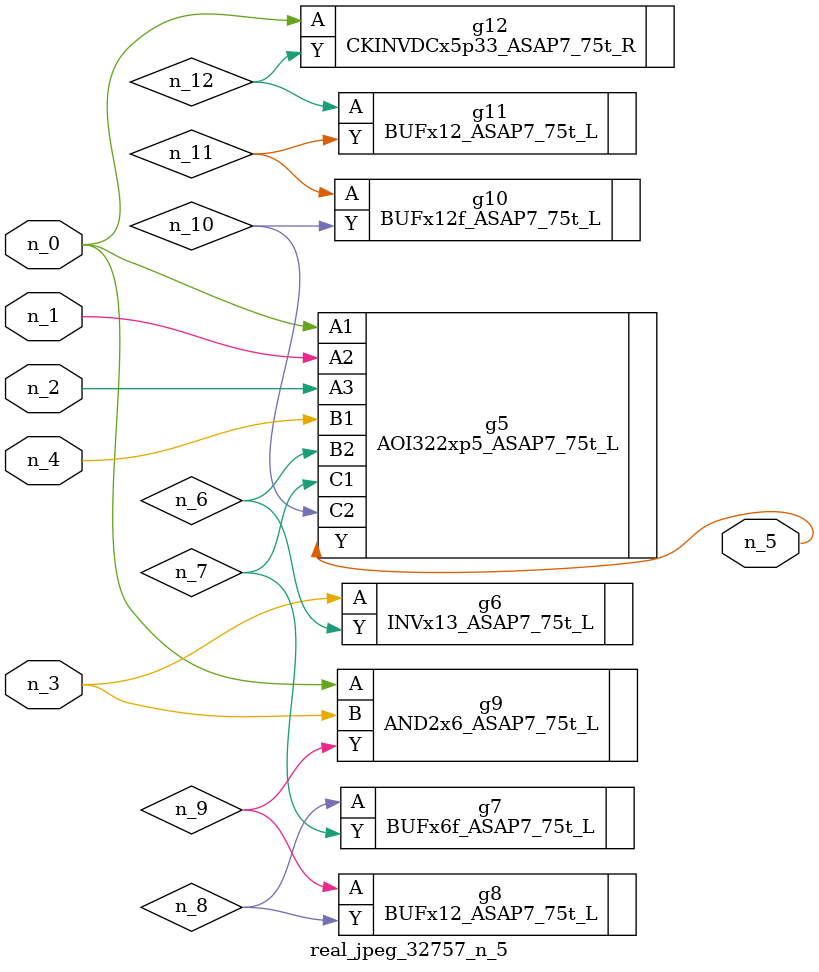
<source format=v>
module real_jpeg_32757_n_5 (n_4, n_0, n_1, n_2, n_3, n_5);

input n_4;
input n_0;
input n_1;
input n_2;
input n_3;

output n_5;

wire n_12;
wire n_8;
wire n_11;
wire n_6;
wire n_7;
wire n_10;
wire n_9;

AOI322xp5_ASAP7_75t_L g5 ( 
.A1(n_0),
.A2(n_1),
.A3(n_2),
.B1(n_4),
.B2(n_6),
.C1(n_7),
.C2(n_10),
.Y(n_5)
);

AND2x6_ASAP7_75t_L g9 ( 
.A(n_0),
.B(n_3),
.Y(n_9)
);

CKINVDCx5p33_ASAP7_75t_R g12 ( 
.A(n_0),
.Y(n_12)
);

INVx13_ASAP7_75t_L g6 ( 
.A(n_3),
.Y(n_6)
);

BUFx6f_ASAP7_75t_L g7 ( 
.A(n_8),
.Y(n_7)
);

BUFx12_ASAP7_75t_L g8 ( 
.A(n_9),
.Y(n_8)
);

BUFx12f_ASAP7_75t_L g10 ( 
.A(n_11),
.Y(n_10)
);

BUFx12_ASAP7_75t_L g11 ( 
.A(n_12),
.Y(n_11)
);


endmodule
</source>
